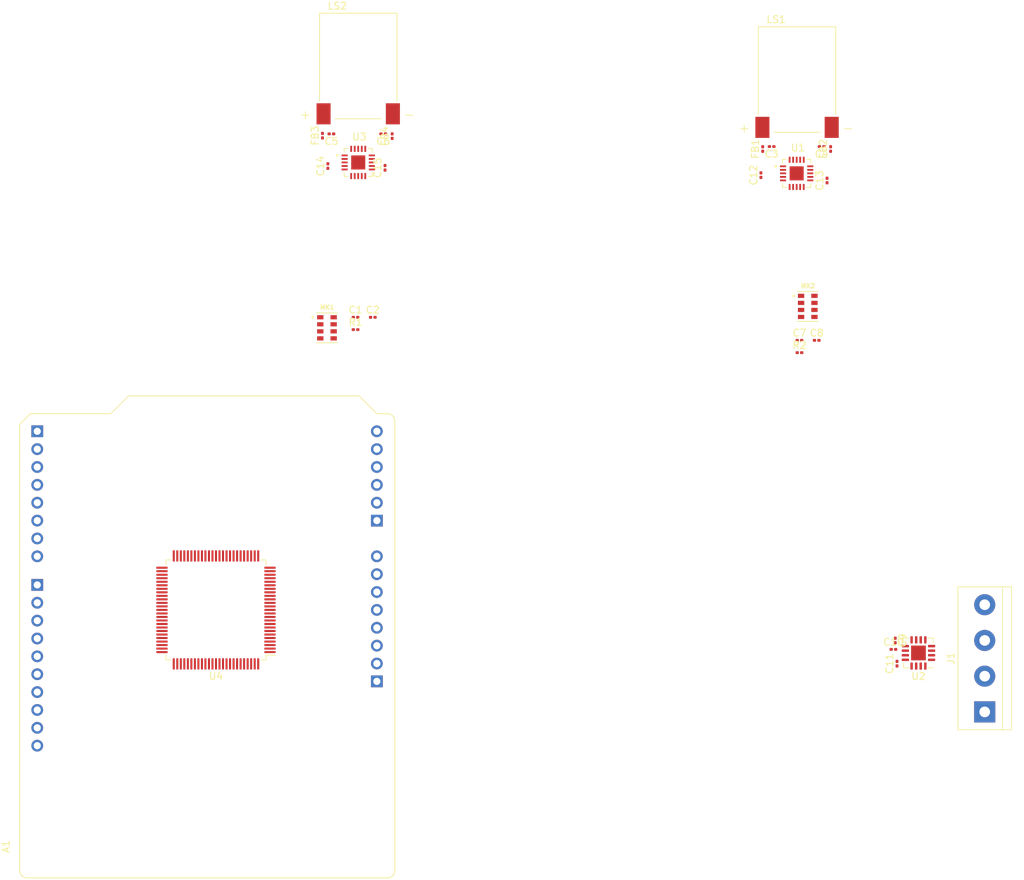
<source format=kicad_pcb>
(kicad_pcb (version 20211014) (generator pcbnew)
  (layers (0 "F.Cu" signal) (31 "B.Cu" signal) (34 "B.Paste" user) (35 "F.Paste" user) (36 "B.SilkS" user "B.Silkscreen") (37 "F.SilkS" user "F.Silkscreen") (38 "B.Mask" user) (39 "F.Mask" user) (44 "Edge.Cuts" user))
  (net 0 "")
  (net 1 "GND")
  (net 2 "Net-(A1-PadA0)")
  (net 3 "Net-(C9-Pad2)")
  (net 4 "+5V")
  (net 5 "Net-(C11-Pad2)")
  (net 6 "/Motor/AOUT2")
  (net 7 "/Motor/BOUT2")
  (net 8 "/Motor/BOUT1")
  (net 9 "/Motor/nFAULT")
  (net 10 "/Motor/BIN1")
  (net 11 "/Motor/BIN2")
  (net 12 "/Motor/AIN2")
  (net 13 "/Motor/AIN1")
  (net 14 "/Motor/nSLEEP")
  (net 15 "/Motor/AOUT1")
  (net 16 "Net-(A1-PadA1)")
  (net 17 "Net-(A1-PadA2)")
  (net 27 "Net-(FB3-Pad1)")
  (net 28 "Net-(C3-Pad2)")
  (net 29 "Net-(FB4-Pad1)")
  (net 30 "Net-(C4-Pad1)")
  (net 31 "Net-(A1-PadA3)")
  (net 32 "+3V3")
  (net 33 "Net-(A1-PadA4)")
  (net 34 "Net-(A1-PadA5)")
  (net 35 "/UART4_RX")
  (net 36 "/UART4_TX")
  (net 37 "Net-(FB1-Pad1)")
  (net 38 "Net-(FB2-Pad1)")
  (net 61 "/SPI3_SCK")
  (net 62 "/SPI3_MISO")
  (net 63 "Net-(C5-Pad2)")
  (net 87 "/SPI3_MOSI")
  (net 109 "Net-(C6-Pad1)")
  (net 110 "/SIA1_FS_B")
  (net 111 "/SIA1_SCK_B")
  (net 112 "/SIA1_SD_B")
  (net 113 "/SAI1_SCK_A")
  (net 114 "/SAI1_FS_A")
  (net 115 "/SAI1_SD_A")
  (net 116 "/Speaker Left/GAIN")
  (net 117 "/Speaker Right/GAIN")
  (net 118 "/SIA1_FS_A")
  (net 119 "/SIA1_SCK__A")
  (net 120 "/SIA1_SD_A")
  (net 121 "/SIA_SD_B")
  (net 122 "/SIA_SCK_B")
  (net 123 "Net-(A1-PadD8)")
  (net 124 "Net-(A1-PadD9)")
  (net 125 "Net-(A1-PadD10)")
  (net 126 "Net-(A1-PadD11)")
  (net 127 "Net-(A1-PadD12)")
  (net 128 "Net-(A1-PadD13)")
  (net 129 "Net-(A1-PadA5)_1")
  (net 130 "Net-(A1-PadA4)_1")
  (net 137 "Net-(A1-PadD2)")
  (net 138 "Net-(A1-PadD3)")
  (net 139 "Net-(A1-PadD4)")
  (net 140 "Net-(A1-PadD5)")
  (net 141 "Net-(U4-Pad45)")
  (net 142 "Net-(U4-Pad46)")
  (footprint "Custom:MIC_CMM-4030D-261-I2S-TR" (layer "F.Cu") (at 72.898 77.978)
    (fp_text reference "MK1" (at 0.032 -2.9064) (layer "F.SilkS") (effects (font (size 0.64 0.64))))
    (fp_text value "CMM-4030D-261-I2S-TR")
    (fp_line (start 1.5 -2.12) (end -1.5 -2.12) (layer "F.SilkS") (width 0.127))
    (fp_line (start -1.5 2.12) (end 1.5 2.12) (layer "F.SilkS") (width 0.127))
    (fp_circle (center -2 -1.5) (end -1.9 -1.5) (layer "F.SilkS") (width 0.2) (fill none))
    (pad "1" smd rect locked (at -0.95 -1.5) (size 0.9 0.6) (layers "F.Cu" "F.Paste" "F.Mask") (net 1 "GND"))
    (pad "2" smd rect locked (at -0.95 -0.5) (size 0.9 0.6) (layers "F.Cu" "F.Paste" "F.Mask"))
    (pad "3" smd rect locked (at -0.95 0.5) (size 0.9 0.6) (layers "F.Cu" "F.Paste" "F.Mask") (net 110 "/SIA1_FS_B"))
    (pad "4" smd rect locked (at -0.95 1.5) (size 0.9 0.6) (layers "F.Cu" "F.Paste" "F.Mask") (net 32 "+3V3"))
    (pad "5" smd rect locked (at 0.95 1.5 180) (size 0.9 0.6) (layers "F.Cu" "F.Paste" "F.Mask") (net 32 "+3V3"))
    (pad "6" smd rect locked (at 0.95 0.5 180) (size 0.9 0.6) (layers "F.Cu" "F.Paste" "F.Mask") (net 111 "/SIA1_SCK_B"))
    (pad "7" smd rect locked (at 0.95 -0.5 180) (size 0.9 0.6) (layers "F.Cu" "F.Paste" "F.Mask") (net 112 "/SIA1_SD_B"))
    (pad "8" smd rect locked (at 0.95 -1.5 180) (size 0.9 0.6) (layers "F.Cu" "F.Paste" "F.Mask") (net 32 "+3V3"))
  )
  (footprint "Custom:SPKR_AS01508MS-SC11-WP-R" (layer "F.Cu") (at 139.7 42.672)
    (fp_text reference "LS1" (at -2.975 -8.535) (layer "F.SilkS"))
    (fp_text value "Speaker")
    (fp_line (start -7.5 6.5) (end -7.5 7.5) (layer "F.SilkS") (width 0.127))
    (fp_line (start -8 7) (end -7 7) (layer "F.SilkS") (width 0.127))
    (fp_line (start -5.5 -7.5) (end 5.5 -7.5) (layer "F.SilkS") (width 0.127))
    (fp_line (start 5.5 -7.5) (end 5.5 4.98) (layer "F.SilkS") (width 0.127))
    (fp_line (start -3.25 7.5) (end 3.25 7.5) (layer "F.SilkS") (width 0.127))
    (fp_line (start -5.5 4.98) (end -5.5 -7.5) (layer "F.SilkS") (width 0.127))
    (fp_line (start 6.75 7) (end 7.75 7) (layer "F.SilkS") (width 0.127))
    (pad "N" smd rect locked (at 4.925 6.8) (size 2 3) (layers "F.Cu" "F.Paste" "F.Mask") (net 30 "Net-(C4-Pad1)"))
    (pad "P" smd rect locked (at -4.925 6.8) (size 2 3) (layers "F.Cu" "F.Paste" "F.Mask") (net 28 "Net-(C3-Pad2)"))
  )
  (footprint "Capacitor_SMD:C_0201_0603Metric" (layer "F.Cu") (at 73.531 50.4 180)
    (fp_text reference "C5" (at 0 -1.05) (layer "F.SilkS"))
    (fp_text value "1n")
    (pad "1" smd roundrect (at -0.32 0 180) (size 0.46 0.4) (layers "F.Cu" "F.Mask") (net 1 "GND"))
    (pad "2" smd roundrect (at 0.32 0 180) (size 0.46 0.4) (layers "F.Cu" "F.Mask") (net 63 "Net-(C5-Pad2)"))
  )
  (footprint "TerminalBlock:TerminalBlock_bornier-4_P5.08mm" (layer "F.Cu") (at 166.37 132.588 90)
    (fp_text reference "J1" (at 7.6 -4.8 90) (layer "F.SilkS"))
    (fp_text value "Screw_Terminal_01x04")
    (fp_line (start -2.54 -3.81) (end 17.78 -3.81) (layer "F.SilkS") (width 0.12))
    (fp_line (start 17.78 2.54) (end -2.54 2.54) (layer "F.SilkS") (width 0.12))
    (fp_line (start 17.78 3.81) (end 17.78 -3.81) (layer "F.SilkS") (width 0.12))
    (fp_line (start -2.54 3.81) (end 17.78 3.81) (layer "F.SilkS") (width 0.12))
    (fp_line (start -2.54 -3.81) (end -2.54 3.81) (layer "F.SilkS") (width 0.12))
    (pad "1" thru_hole rect (at 0 0 90) (size 3 3) (drill 1.52) (layers *.Cu *.Mask) (net 15 "/Motor/AOUT1"))
    (pad "2" thru_hole circle (at 5.08 0 90) (size 3 3) (drill 1.52) (layers *.Cu *.Mask) (net 6 "/Motor/AOUT2"))
    (pad "3" thru_hole circle (at 10.16 0 90) (size 3 3) (drill 1.52) (layers *.Cu *.Mask) (net 7 "/Motor/BOUT2"))
    (pad "4" thru_hole circle (at 15.24 0 90) (size 3 3) (drill 1.52) (layers *.Cu *.Mask) (net 8 "/Motor/BOUT1"))
  )
  (footprint "Custom:ARDUINO_A000066" (layer "F.Cu") (at 82.52861 156.185968 90)
    (fp_text reference "A1" (at 4.445 -55.245 90) (layer "F.SilkS"))
    (fp_text value "A000066")
    (fp_line (start 0.994481 -53.2986) (end 64.472 -53.2986) (layer "F.SilkS") (width 0.127))
    (fp_line (start 68.5346 -37.8101) (end 68.5346 -5.07682) (layer "F.SilkS") (width 0.127))
    (fp_line (start 0 -52.283) (end 0.042319 -52.558) (layer "F.SilkS") (width 0.127))
    (fp_line (start 65.6993 -0.294841) (end 65.4877 -0.125569) (layer "F.SilkS") (width 0.127))
    (fp_line (start 0.296231 -53.0024) (end 0.507819 -53.1505) (layer "F.SilkS") (width 0.127))
    (fp_line (start 0.126959 -52.7908) (end 0.296231 -53.0024) (layer "F.SilkS") (width 0.127))
    (fp_line (start 65.9955 -51.7751) (end 65.9955 -40.3492) (layer "F.SilkS") (width 0.127))
    (fp_line (start 0.740569 -53.2563) (end 0.994481 -53.2986) (layer "F.SilkS") (width 0.127))
    (fp_line (start 64.472 -53.2986) (end 65.9955 -51.7751) (layer "F.SilkS") (width 0.127))
    (fp_line (start 68.5346 -5.07682) (end 65.9955 -2.53772) (layer "F.SilkS") (width 0.127))
    (fp_line (start 65.9955 -2.53772) (end 65.9955 -0.9931) (layer "F.SilkS") (width 0.127))
    (fp_line (start 0.042319 -0.739191) (end 0 -0.9931) (layer "F.SilkS") (width 0.127))
    (fp_line (start 0.740569 -0.040931) (end 0.507819 -0.125569) (layer "F.SilkS") (width 0.127))
    (fp_line (start 0.507819 -53.1505) (end 0.740569 -53.2563) (layer "F.SilkS") (width 0.127))
    (fp_line (start 0.126959 -0.506441) (end 0.042319 -0.739191) (layer "F.SilkS") (width 0.127))
    (fp_line (start 0 -0.9931) (end 0 -52.283) (layer "F.SilkS") (width 0.127))
    (fp_line (start 65.9955 -0.9931) (end 65.9532 -0.739191) (layer "F.SilkS") (width 0.127))
    (fp_line (start 0.042319 -52.558) (end 0.126959 -52.7908) (layer "F.SilkS") (width 0.127))
    (fp_line (start 0.507819 -0.125569) (end 0.296231 -0.294841) (layer "F.SilkS") (width 0.127))
    (fp_line (start 65.4877 -0.125569) (end 65.2549 -0.040931) (layer "F.SilkS") (width 0.127))
    (fp_line (start 65.2549 -0.040931) (end 65.001 0.001381) (layer "F.SilkS") (width 0.127))
    (fp_line (start 65.9955 -40.3492) (end 68.5346 -37.8101) (layer "F.SilkS") (width 0.127))
    (fp_line (start 65.9532 -0.739191) (end 65.8686 -0.506441) (layer "F.SilkS") (width 0.127))
    (fp_line (start 65.001 0.001381) (end 0.994481 0.001381) (layer "F.SilkS") (width 0.127))
    (fp_line (start 65.8686 -0.506441) (end 65.6993 -0.294841) (layer "F.SilkS") (width 0.127))
    (fp_line (start 0.994481 0.001381) (end 0.740569 -0.040931) (layer "F.SilkS") (width 0.127))
    (fp_line (start 0.296231 -0.294841) (end 0.126959 -0.506441) (layer "F.SilkS") (width 0.127))
    (pad "" np_thru_hole circle locked (at 66.04 -7.62 90) (size 3.3 3.3) (drill 3.3) (layers *.Cu *.Mask))
    (pad "" np_thru_hole circle locked (at 15.24 -50.8 90) (size 3.3 3.3) (drill 3.3) (layers *.Cu *.Mask))
    (pad "" np_thru_hole circle locked (at 13.97 -2.54 90) (size 3.3 3.3) (drill 3.3) (layers *.Cu *.Mask))
    (pad "" np_thru_hole circle locked (at 66.04 -35.56 90) (size 3.3 3.3) (drill 3.3) (layers *.Cu *.Mask))
    (pad "3V3" thru_hole circle locked (at 35.56 -2.54 90) (size 1.6764 1.6764) (drill 1.016) (layers *.Cu *.Mask))
    (pad "5V" thru_hole circle locked (at 38.1 -2.54 90) (size 1.6764 1.6764) (drill 1.016) (layers *.Cu *.Mask))
    (pad "A0" thru_hole rect locked (at 50.8 -2.54 90) (size 1.6764 1.6764) (drill 1.016) (layers *.Cu *.Mask) (net 2 "Net-(A1-PadA0)"))
    (pad "A1" thru_hole circle locked (at 53.34 -2.54 90) (size 1.6764 1.6764) (drill 1.016) (layers *.Cu *.Mask) (net 16 "Net-(A1-PadA1)"))
    (pad "A2" thru_hole circle locked (at 55.88 -2.54 90) (size 1.6764 1.6764) (drill 1.016) (layers *.Cu *.Mask) (net 17 "Net-(A1-PadA2)"))
    (pad "A3" thru_hole circle locked (at 58.42 -2.54 90) (size 1.6764 1.6764) (drill 1.016) (layers *.Cu *.Mask) (net 31 "Net-(A1-PadA3)"))
    (pad "A4" thru_hole circle locked (at 21.336 -50.8 90) (size 1.6764 1.6764) (drill 1.016) (layers *.Cu *.Mask) (net 33 "Net-(A1-PadA4)"))
    (pad "A4" thru_hole circle locked (at 60.96 -2.54 90) (size 1.6764 1.6764) (drill 1.016) (layers *.Cu *.Mask) (net 33 "Net-(A1-PadA4)"))
    (pad "A5" thru_hole circle locked (at 18.796 -50.8 90) (size 1.6764 1.6764) (drill 1.016) (layers *.Cu *.Mask) (net 34 "Net-(A1-PadA5)"))
    (pad "A5" thru_hole circle locked (at 63.5 -2.54 90) (size 1.6764 1.6764) (drill 1.016) (layers *.Cu *.Mask) (net 34 "Net-(A1-PadA5)"))
    (pad "AREF" thru_hole circle locked (at 23.876 -50.8 90) (size 1.6764 1.6764) (drill 1.016) (layers *.Cu *.Mask))
    (pad "D0" thru_hole rect locked (at 63.5 -50.8 90) (size 1.6764 1.6764) (drill 1.016) (layers *.Cu *.Mask) (net 35 "/UART4_RX"))
    (pad "D1" thru_hole circle locked (at 60.96 -50.8 90) (size 1.6764 1.6764) (drill 1.016) (layers *.Cu *.Mask) (net 36 "/UART4_TX"))
    (pad "D2" thru_hole circle locked (at 58.42 -50.8 90) (size 1.6764 1.6764) (drill 1.016) (layers *.Cu *.Mask) (net 137 "Net-(A1-PadD2)"))
    (pad "D3" thru_hole circle locked (at 55.88 -50.8 90) (size 1.6764 1.6764) (drill 1.016) (layers *.Cu *.Mask) (net 138 "Net-(A1-PadD3)"))
    (pad "D4" thru_hole circle locked (at 53.34 -50.8 90) (size 1.6764 1.6764) (drill 1.016) (layers *.Cu *.Mask) (net 139 "Net-(A1-PadD4)"))
    (pad "D5" thru_hole circle locked (at 50.8 -50.8 90) (size 1.6764 1.6764) (drill 1.016) (layers *.Cu *.Mask) (net 140 "Net-(A1-PadD5)"))
    (pad "D6" thru_hole circle locked (at 48.26 -50.8 90) (size 1.6764 1.6764) (drill 1.016) (layers *.Cu *.Mask) (net 141 "Net-(U4-Pad45)"))
    (pad "D7" thru_hole circle locked (at 45.72 -50.8 90) (size 1.6764 1.6764) (drill 1.016) (layers *.Cu *.Mask) (net 142 "Net-(U4-Pad46)"))
    (pad "D8" thru_hole rect locked (at 41.656 -50.8 90) (size 1.6764 1.6764) (drill 1.016) (layers *.Cu *.Mask) (net 123 "Net-(A1-PadD8)"))
    (pad "D9" thru_hole circle locked (at 39.116 -50.8 90) (size 1.6764 1.6764) (drill 1.016) (layers *.Cu *.Mask) (net 124 "Net-(A1-PadD9)"))
    (pad "D10" thru_hole circle locked (at 36.576 -50.8 90) (size 1.6764 1.6764) (drill 1.016) (layers *.Cu *.Mask) (net 125 "Net-(A1-PadD10)"))
    (pad "D11" thru_hole circle locked (at 34.036 -50.8 90) (size 1.6764 1.6764) (drill 1.016) (layers *.Cu *.Mask) (net 126 "Net-(A1-PadD11)"))
    (pad "D12" thru_hole circle locked (at 31.496 -50.8 90) (size 1.6764 1.6764) (drill 1.016) (layers *.Cu *.Mask) (net 127 "Net-(A1-PadD12)"))
    (pad "D13" thru_hole circle locked (at 28.956 -50.8 90) (size 1.6764 1.6764) (drill 1.016) (layers *.Cu *.Mask) (net 128 "Net-(A1-PadD13)"))
    (pad "GND_1" thru_hole circle locked (at 43.18 -2.54 90) (size 1.6764 1.6764) (drill 1.016) (layers *.Cu *.Mask))
    (pad "GND_2" thru_hole circle locked (at 40.64 -2.54 90) (size 1.6764 1.6764) (drill 1.016) (layers *.Cu *.Mask))
    (pad "GND_3" thru_hole circle locked (at 26.416 -50.8 90) (size 1.6764 1.6764) (drill 1.016) (layers *.Cu *.Mask) (net 1 "GND"))
    (pad "IOREF" thru_hole circle locked (at 30.48 -2.54 90) (size 1.6764 1.6764) (drill 1.016) (layers *.Cu *.Mask))
    (pad "P1" thru_hole rect locked (at 27.94 -2.54 90) (size 1.6764 1.6764) (drill 1.016) (layers *.Cu *.Mask))
    (pad "RST" thru_hole circle locked (at 33.02 -2.54 90) (size 1.6764 1.6764) (drill 1.016) (layers *.Cu *.Mask))
    (pad "VIN" thru_hole circle locked (at 45.72 -2.54 90) (size 1.6764 1.6764) (drill 1.016) (layers *.Cu *.Mask))
  )
  (footprint "Resistor_SMD:R_0201_0603Metric" (layer "F.Cu") (at 76.962 78.232)
    (fp_text reference "R1" (at 0 -1.05) (layer "F.SilkS"))
    (fp_text value "100")
    (pad "1" smd roundrect (at -0.32 0) (size 0.46 0.4) (layers "F.Cu" "F.Mask") (net 1 "GND"))
    (pad "2" smd roundrect (at 0.32 0) (size 0.46 0.4) (layers "F.Cu" "F.Mask") (net 112 "/SIA1_SD_B"))
  )
  (footprint "Capacitor_SMD:C_0201_0603Metric" (layer "F.Cu") (at 80.897 50.4 180)
    (fp_text reference "C6" (at 0 -1.05) (layer "F.SilkS"))
    (fp_text value "1n")
    (pad "1" smd roundrect (at -0.32 0 180) (size 0.46 0.4) (layers "F.Cu" "F.Mask") (net 109 "Net-(C6-Pad1)"))
    (pad "2" smd roundrect (at 0.32 0 180) (size 0.46 0.4) (layers "F.Cu" "F.Mask") (net 1 "GND"))
  )
  (footprint "Capacitor_SMD:C_0201_0603Metric" (layer "F.Cu") (at 79.412 76.482)
    (fp_text reference "C2" (at 0 -1.05) (layer "F.SilkS"))
    (fp_text value "10n")
    (pad "1" smd roundrect (at -0.32 0) (size 0.46 0.4) (layers "F.Cu" "F.Mask") (net 1 "GND"))
    (pad "2" smd roundrect (at 0.32 0) (size 0.46 0.4) (layers "F.Cu" "F.Mask") (net 32 "+3V3"))
  )
  (footprint "Capacitor_SMD:C_0201_0603Metric" (layer "F.Cu") (at 134.56616 56.2686 90)
    (fp_text reference "C12" (at 0 -1.05 90) (layer "F.SilkS"))
    (fp_text value "4u7")
    (pad "1" smd roundrect (at -0.32 0 90) (size 0.46 0.4) (layers "F.Cu" "F.Mask") (net 1 "GND"))
    (pad "2" smd roundrect (at 0.32 0 90) (size 0.46 0.4) (layers "F.Cu" "F.Mask") (net 32 "+3V3"))
  )
  (footprint "Inductor_SMD:L_0201_0603Metric" (layer "F.Cu") (at 134.82016 52.5496 90)
    (fp_text reference "FB1" (at 0 -1.05 90) (layer "F.SilkS"))
    (fp_text value "FerriteBead")
    (pad "1" smd roundrect (at -0.32 0 90) (size 0.46 0.4) (layers "F.Cu" "F.Mask") (net 37 "Net-(FB1-Pad1)"))
    (pad "2" smd roundrect (at 0.32 0 90) (size 0.46 0.4) (layers "F.Cu" "F.Mask") (net 28 "Net-(C3-Pad2)"))
  )
  (footprint "Inductor_SMD:L_0201_0603Metric" (layer "F.Cu") (at 144.47216 52.5496 90)
    (fp_text reference "FB2" (at 0 -1.05 90) (layer "F.SilkS"))
    (fp_text value "FerriteBead")
    (pad "1" smd roundrect (at -0.32 0 90) (size 0.46 0.4) (layers "F.Cu" "F.Mask") (net 38 "Net-(FB2-Pad1)"))
    (pad "2" smd roundrect (at 0.32 0 90) (size 0.46 0.4) (layers "F.Cu" "F.Mask") (net 30 "Net-(C4-Pad1)"))
  )
  (footprint "Capacitor_SMD:C_0201_0603Metric" (layer "F.Cu") (at 153.653 122.428 -90)
    (fp_text reference "C9" (at 0 -1.05 90) (layer "F.SilkS"))
    (fp_text value "10n")
    (pad "1" smd roundrect (at -0.32 0 270) (size 0.46 0.4) (layers "F.Cu" "F.Mask") (net 1 "GND"))
    (pad "2" smd roundrect (at 0.32 0 270) (size 0.46 0.4) (layers "F.Cu" "F.Mask") (net 3 "Net-(C9-Pad2)"))
  )
  (footprint "Capacitor_SMD:C_0201_0603Metric" (layer "F.Cu") (at 142.494 79.756)
    (fp_text reference "C8" (at 0 -1.05) (layer "F.SilkS"))
    (fp_text value "10n")
    (pad "1" smd roundrect (at -0.32 0) (size 0.46 0.4) (layers "F.Cu" "F.Mask") (net 1 "GND"))
    (pad "2" smd roundrect (at 0.32 0) (size 0.46 0.4) (layers "F.Cu" "F.Mask") (net 32 "+3V3"))
  )
  (footprint "Capacitor_SMD:C_0201_0603Metric" (layer "F.Cu") (at 136.09016 52.2046 180)
    (fp_text reference "C3" (at 0 -1.05) (layer "F.SilkS"))
    (fp_text value "1n")
    (pad "1" smd roundrect (at -0.32 0 180) (size 0.46 0.4) (layers "F.Cu" "F.Mask") (net 1 "GND"))
    (pad "2" smd roundrect (at 0.32 0 180) (size 0.46 0.4) (layers "F.Cu" "F.Mask") (net 28 "Net-(C3-Pad2)"))
  )
  (footprint "Package_DFN_QFN:Texas_S-PWQFN-N16_EP2.1x2.1mm" (layer "F.Cu") (at 156.955 124.206 180)
    (fp_text reference "U2" (at 0 -3.32) (layer "F.SilkS"))
    (fp_text value "DRV8833RTY")
    (fp_line (start 2.11 -2.11) (end 2.11 -1.41) (layer "F.SilkS") (width 0.12))
    (fp_line (start 1.41 -2.11) (end 2.11 -2.11) (layer "F.SilkS") (width 0.12))
    (fp_line (start -1.41 -2.11) (end -2.11 -2.11) (layer "F.SilkS") (width 0.12))
    (fp_line (start 1.41 2.11) (end 2.11 2.11) (layer "F.SilkS") (width 0.12))
    (fp_line (start -2.11 2.11) (end -2.11 1.41) (layer "F.SilkS") (width 0.12))
    (fp_line (start -1.41 2.11) (end -2.11 2.11) (layer "F.SilkS") (width 0.12))
    (fp_line (start 2.11 2.11) (end 2.11 1.41) (layer "F.SilkS") (width 0.12))
    (pad "1" smd roundrect (at -1.8625 -0.975 180) (size 1.025 0.35) (layers "F.Cu" "F.Paste" "F.Mask") (net 1 "GND"))
    (pad "2" smd roundrect (at -1.8625 -0.325 180) (size 1.025 0.35) (layers "F.Cu" "F.Paste" "F.Mask") (net 6 "/Motor/AOUT2"))
    (pad "3" smd roundrect (at -1.8625 0.325 180) (size 1.025 0.35) (layers "F.Cu" "F.Paste" "F.Mask") (net 7 "/Motor/BOUT2"))
    (pad "4" smd roundrect (at -1.8625 0.975 180) (size 1.025 0.35) (layers "F.Cu" "F.Paste" "F.Mask") (net 1 "GND"))
    (pad "5" smd roundrect (at -0.975 1.8625 180) (size 0.35 1.025) (layers "F.Cu" "F.Paste" "F.Mask") (net 8 "/Motor/BOUT1"))
    (pad "6" smd roundrect (at -0.325 1.8625 180) (size 0.35 1.025) (layers "F.Cu" "F.Paste" "F.Mask") (net 9 "/Motor/nFAULT"))
    (pad "7" smd roundrect (at 0.325 1.8625 180) (size 0.35 1.025) (layers "F.Cu" "F.Paste" "F.Mask") (net 10 "/Motor/BIN1"))
    (pad "8" smd roundrect (at 0.975 1.8625 180) (size 0.35 1.025) (layers "F.Cu" "F.Paste" "F.Mask") (net 11 "/Motor/BIN2"))
    (pad "9" smd roundrect (at 1.8625 0.975 180) (size 1.025 0.35) (layers "F.Cu" "F.Paste" "F.Mask") (net 3 "Net-(C9-Pad2)"))
    (pad "10" smd roundrect (at 1.8625 0.325 180) (size 1.025 0.35) (layers "F.Cu" "F.Paste" "F.Mask") (net 4 "+5V"))
    (pad "11" smd roundrect (at 1.8625 -0.325 180) (size 1.025 0.35) (layers "F.Cu" "F.Paste" "F.Mask") (net 1 "GND"))
    (pad "12" smd roundrect (at 1.8625 -0.975 180) (size 1.025 0.35) (layers "F.Cu" "F.Paste" "F.Mask") (net 5 "Net-(C11-Pad2)"))
    (pad "13" smd roundrect (at 0.975 -1.8625 180) (size 0.35 1.025) (layers "F.Cu" "F.Paste" "F.Mask") (net 12 "/Motor/AIN2"))
    (pad "14" smd roundrect (at 0.325 -1.8625 180) (size 0.35 1.025) (layers "F.Cu" "F.Paste" "F.Mask") (net 13 "/Motor/AIN1"))
    (pad "15" smd roundrect (at -0.325 -1.8625 180) (size 0.35 1.025) (layers "F.Cu" "F.Paste" "F.Mask") (net 14 "/Motor/nSLEEP"))
    (pad "16" smd roundrect (at -0.975 -1.8625 180) (size 0.35 1.025) (layers "F.Cu" "F.Paste" "F.Mask") (net 15 "/Motor/AOUT1"))
    (pad "17" smd rect (at 0 0 180) (size 2.1 2.1) (layers "F.Cu" "F.Mask") (net 1 "GND"))
  )
  (footprint "Capacitor_SMD:C_0201_0603Metric" (layer "F.Cu") (at 153.399 123.698)
    (fp_text reference "C10" (at 0 -1.05) (layer "F.SilkS"))
    (fp_text value "10u")
    (pad "1" smd roundrect (at -0.32 0) (size 0.46 0.4) (layers "F.Cu" "F.Mask") (net 1 "GND"))
    (pad "2" smd roundrect (at 0.32 0) (size 0.46 0.4) (layers "F.Cu" "F.Mask") (net 4 "+5V"))
  )
  (footprint "Custom:QFN50P400X400X80-21N" (layer "F.Cu") (at 77.341 54.464)
    (fp_text reference "U3" (at 0.175 -3.635) (layer "F.SilkS"))
    (fp_text value "NAU8315YG")
    (fp_line (start -2 2) (end -2 1.45) (layer "F.SilkS") (width 0.127))
    (fp_line (start -2 -2) (end -2 -1.45) (layer "F.SilkS") (width 0.127))
    (fp_line (start 2 2) (end 1.45 2) (layer "F.SilkS") (width 0.127))
    (fp_line (start 2 -2) (end 2 -1.45) (layer "F.SilkS") (width 0.127))
    (fp_line (start -2 2) (end -1.45 2) (layer "F.SilkS") (width 0.127))
    (fp_line (start -2 -2) (end -1.45 -2) (layer "F.SilkS") (width 0.127))
    (fp_line (start 2 -2) (end 1.45 -2) (layer "F.SilkS") (width 0.127))
    (fp_line (start 2 2) (end 2 1.45) (layer "F.SilkS") (width 0.127))
    (fp_circle (center -2.995 -1) (end -2.895 -1) (layer "F.SilkS") (width 0.2) (fill none))
    (pad "1" smd roundrect locked (at -1.935 -1) (size 0.86 0.26) (layers "F.Cu" "F.Paste" "F.Mask") (roundrect_rratio 0.03))
    (pad "2" smd roundrect locked (at -1.935 -0.5) (size 0.86 0.26) (layers "F.Cu" "F.Paste" "F.Mask") (roundrect_rratio 0.03) (net 32 "+3V3"))
    (pad "3" smd roundrect locked (at -1.935 0) (size 0.86 0.26) (layers "F.Cu" "F.Paste" "F.Mask") (roundrect_rratio 0.03) (net 32 "+3V3"))
    (pad "4" smd roundrect locked (at -1.935 0.5) (size 0.86 0.26) (layers "F.Cu" "F.Paste" "F.Mask") (roundrect_rratio 0.03) (net 1 "GND"))
    (pad "5" smd roundrect locked (at -1.935 1) (size 0.86 0.26) (layers "F.Cu" "F.Paste" "F.Mask") (roundrect_rratio 0.03))
    (pad "6" smd roundrect locked (at -1 1.935 90) (size 0.86 0.26) (layers "F.Cu" "F.Paste" "F.Mask") (roundrect_rratio 0.03) (net 113 "/SAI1_SCK_A"))
    (pad "7" smd roundrect locked (at -0.5 1.935 90) (size 0.86 0.26) (layers "F.Cu" "F.Paste" "F.Mask") (roundrect_rratio 0.03) (net 114 "/SAI1_FS_A"))
    (pad "8" smd roundrect locked (at 0 1.935 90) (size 0.86 0.26) (layers "F.Cu" "F.Paste" "F.Mask") (roundrect_rratio 0.03) (net 1 "GND"))
    (pad "9" smd roundrect locked (at 0.5 1.935 90) (size 0.86 0.26) (layers "F.Cu" "F.Paste" "F.Mask") (roundrect_rratio 0.03) (net 115 "/SAI1_SD_A"))
    (pad "10" smd roundrect locked (at 1 1.935 90) (size 0.86 0.26) (layers "F.Cu" "F.Paste" "F.Mask") (roundrect_rratio 0.03))
    (pad "11" smd roundrect locked (at 1.935 1) (size 0.86 0.26) (layers "F.Cu" "F.Paste" "F.Mask") (roundrect_rratio 0.03) (net 32 "+3V3"))
    (pad "12" smd roundrect locked (at 1.935 0.5) (size 0.86 0.26) (layers "F.Cu" "F.Paste" "F.Mask") (roundrect_rratio 0.03) (net 1 "GND"))
    (pad "13" smd roundrect locked (at 1.935 0) (size 0.86 0.26) (layers "F.Cu" "F.Paste" "F.Mask") (roundrect_rratio 0.03) (net 117 "/Speaker Right/GAIN"))
    (pad "14" smd roundrect locked (at 1.935 -0.5) (size 0.86 0.26) (layers "F.Cu" "F.Paste" "F.Mask") (roundrect_rratio 0.03) (net 32 "+3V3"))
    (pad "15" smd roundrect locked (at 1.935 -1) (size 0.86 0.26) (layers "F.Cu" "F.Paste" "F.Mask") (roundrect_rratio 0.03))
    (pad "16" smd roundrect locked (at 1 -1.935 90) (size 0.86 0.26) (layers "F.Cu" "F.Paste" "F.Mask") (roundrect_rratio 0.03) (net 29 "Net-(FB4-Pad1)"))
    (pad "17" smd roundrect locked (at 0.5 -1.935 90) (size 0.86 0.26) (layers "F.Cu" "F.Paste" "F.Mask") (roundrect_rratio 0.03) (net 1 "GND"))
    (pad "18" smd roundrect locked (at 0 -1.935 90) (size 0.86 0.26) (layers "F.Cu" "F.Paste" "F.Mask") (roundrect_rratio 0.03) (net 1 "GND"))
    (pad "19" smd roundrect locked (at -0.5 -1.935 90) (size 0.86 0.26) (layers "F.Cu" "F.Paste" "F.Mask") (roundrect_rratio 0.03) (net 1 "GND"))
    (pad "20" smd roundrect locked (at -1 -1.935 90) (size 0.86 0.26) (layers "F.Cu" "F.Paste" "F.Mask") (roundrect_rratio 0.03) (net 27 "Net-(FB3-Pad1)"))
    (pad "21" smd rect locked (at 0 0) (size 2 2) (layers "F.Cu" "F.Mask"))
  )
  (footprint "Custom:QFN50P400X400X80-21N" (layer "F.Cu") (at 139.64616 56.0146)
    (fp_text reference "U1" (at 0.175 -3.635) (layer "F.SilkS"))
    (fp_text value "NAU8315YG")
    (fp_line (start -2 -2) (end -1.45 -2) (layer "F.SilkS") (width 0.127))
    (fp_line (start -2 2) (end -1.45 2) (layer "F.SilkS") (width 0.127))
    (fp_line (start -2 -2) (end -2 -1.45) (layer "F.SilkS") (width 0.127))
    (fp_line (start 2 2) (end 1.45 2) (layer "F.SilkS") (width 0.127))
    (fp_line (start -2 2) (end -2 1.45) (layer "F.SilkS") (width 0.127))
    (fp_line (start 2 2) (end 2 1.45) (layer "F.SilkS") (width 0.127))
    (fp_line (start 2 -2) (end 1.45 -2) (layer "F.SilkS") (width 0.127))
    (fp_line (start 2 -2) (end 2 -1.45) (layer "F.SilkS") (width 0.127))
    (fp_circle (center -2.995 -1) (end -2.895 -1) (layer "F.SilkS") (width 0.2) (fill none))
    (pad "1" smd roundrect locked (at -1.935 -1) (size 0.86 0.26) (layers "F.Cu" "F.Paste" "F.Mask") (roundrect_rratio 0.03))
    (pad "2" smd roundrect locked (at -1.935 -0.5) (size 0.86 0.26) (layers "F.Cu" "F.Paste" "F.Mask") (roundrect_rratio 0.03) (net 32 "+3V3"))
    (pad "3" smd roundrect locked (at -1.935 0) (size 0.86 0.26) (layers "F.Cu" "F.Paste" "F.Mask") (roundrect_rratio 0.03) (net 32 "+3V3"))
    (pad "4" smd roundrect locked (at -1.935 0.5) (size 0.86 0.26) (layers "F.Cu" "F.Paste" "F.Mask") (roundrect_rratio 0.03) (net 1 "GND"))
    (pad "5" smd roundrect locked (at -1.935 1) (size 0.86 0.26) (layers "F.Cu" "F.Paste" "F.Mask") (roundrect_rratio 0.03))
    (pad "6" smd roundrect locked (at -1 1.935 90) (size 0.86 0.26) (layers "F.Cu" "F.Paste" "F.Mask") (roundrect_rratio 0.03) (net 113 "/SAI1_SCK_A"))
    (pad "7" smd roundrect locked (at -0.5 1.935 90) (size 0.86 0.26) (layers "F.Cu" "F.Paste" "F.Mask") (roundrect_rratio 0.03) (net 1 "GND"))
    (pad "8" smd roundrect locked (at 0 1.935 90) (size 0.86 0.26) (layers "F.Cu" "F.Paste" "F.Mask") (roundrect_rratio 0.03) (net 114 "/SAI1_FS_A"))
    (pad "9" smd roundrect locked (at 0.5 1.935 90) (size 0.86 0.26) (layers "F.Cu" "F.Paste" "F.Mask") (roundrect_rratio 0.03) (net 115 "/SAI1_SD_A"))
    (pad "10" smd roundrect locked (at 1 1.935 90) (size 0.86 0.26) (layers "F.Cu" "F.Paste" "F.Mask") (roundrect_rratio 0.03))
    (pad "11" smd roundrect locked (at 1.935 1) (size 0.86 0.26) (layers "F.Cu" "F.Paste" "F.Mask") (roundrect_rratio 0.03) (net 32 "+3V3"))
    (pad "12" smd roundrect locked (at 1.935 0.5) (size 0.86 0.26) (layers "F.Cu" "F.Paste" "F.Mask") (roundrect_rratio 0.03) (net 1 "GND"))
    (pad "13" smd roundrect locked (at 1.935 0) (size 0.86 0.26) (layers "F.Cu" "F.Paste" "F.Mask") (roundrect_rratio 0.03) (net 116 "/Speaker Left/GAIN"))
    (pad "14" smd roundrect locked (at 1.935 -0.5) (size 0.86 0.26) (layers "F.Cu" "F.Paste" "F.Mask") (roundrect_rratio 0.03) (net 32 "+3V3"))
    (pad "15" smd roundrect locked (at 1.935 -1) (size 0.86 0.26) (layers "F.Cu" "F.Paste" "F.Mask") (roundrect_rratio 0.03))
    (pad "16" smd roundrect locked (at 1 -1.935 90) (size 0.86 0.26) (layers "F.Cu" "F.Paste" "F.Mask") (roundrect_rratio 0.03) (net 38 "Net-(FB2-Pad1)"))
    (pad "17" smd roundrect locked (at 0.5 -1.935 90) (size 0.86 0.26) (layers "F.Cu" "F.Paste" "F.Mask") (roundrect_rratio 0.03) (net 1 "GND"))
    (pad "18" smd roundrect locked (at 0 -1.935 90) (size 0.86 0.26) (layers "F.Cu" "F.Paste" "F.Mask") (roundrect_rratio 0.03) (net 1 "GND"))
    (pad "19" smd roundrect locked (at -0.5 -1.935 90) (size 0.86 0.26) (layers "F.Cu" "F.Paste" "F.Mask") (roundrect_rratio 0.03) (net 1 "GND"))
    (pad "20" smd roundrect locked (at -1 -1.935 90) (size 0.86 0.26) (layers "F.Cu" "F.Paste" "F.Mask") (roundrect_rratio 0.03) (net 37 "Net-(FB1-Pad1)"))
    (pad "21" smd rect locked (at 0 0) (size 2 2) (layers "F.Cu" "F.Mask"))
  )
  (footprint "Inductor_SMD:L_0201_0603Metric" (layer "F.Cu") (at 72.261 50.654 90)
    (fp_text reference "FB3" (at 0 -1.05 90) (layer "F.SilkS"))
    (fp_text value "FerriteBead")
    (pad "1" smd roundrect (at -0.32 0 90) (size 0.46 0.4) (layers "F.Cu" "F.Mask") (net 27 "Net-(FB3-Pad1)"))
    (pad "2" smd roundrect (at 0.32 0 90) (size 0.46 0.4) (layers "F.Cu" "F.Mask") (net 63 "Net-(C5-Pad2)"))
  )
  (footprint "Capacitor_SMD:C_0201_0603Metric" (layer "F.Cu") (at 140.044 79.756)
    (fp_text reference "C7" (at 0 -1.05) (layer "F.SilkS"))
    (fp_text value "10u")
    (pad "1" smd roundrect (at -0.32 0) (size 0.46 0.4) (layers "F.Cu" "F.Mask") (net 32 "+3V3"))
    (pad "2" smd roundrect (at 0.32 0) (size 0.46 0.4) (layers "F.Cu" "F.Mask") (net 1 "GND"))
  )
  (footprint "Custom:MIC_CMM-4030D-261-I2S-TR" (layer "F.Cu") (at 141.224 74.93)
    (fp_text reference "MK2" (at 0.032 -2.9064) (layer "F.SilkS") (effects (font (size 0.64 0.64))))
    (fp_text value "CMM-4030D-261-I2S-TR")
    (fp_line (start 1.5 -2.12) (end -1.5 -2.12) (layer "F.SilkS") (width 0.127))
    (fp_line (start -1.5 2.12) (end 1.5 2.12) (layer "F.SilkS") (width 0.127))
    (fp_circle (center -2 -1.5) (end -1.9 -1.5) (layer "F.SilkS") (width 0.2) (fill none))
    (pad "1" smd rect locked (at -0.95 -1.5) (size 0.9 0.6) (layers "F.Cu" "F.Paste" "F.Mask") (net 1 "GND"))
    (pad "2" smd rect locked (at -0.95 -0.5) (size 0.9 0.6) (layers "F.Cu" "F.Paste" "F.Mask"))
    (pad "3" smd rect locked (at -0.95 0.5) (size 0.9 0.6) (layers "F.Cu" "F.Paste" "F.Mask") (net 110 "/SIA1_FS_B"))
    (pad "4" smd rect locked (at -0.95 1.5) (size 0.9 0.6) (layers "F.Cu" "F.Paste" "F.Mask") (net 32 "+3V3"))
    (pad "5" smd rect locked (at 0.95 1.5 180) (size 0.9 0.6) (layers "F.Cu" "F.Paste" "F.Mask") (net 1 "GND"))
    (pad "6" smd rect locked (at 0.95 0.5 180) (size 0.9 0.6) (layers "F.Cu" "F.Paste" "F.Mask") (net 111 "/SIA1_SCK_B"))
    (pad "7" smd rect locked (at 0.95 -0.5 180) (size 0.9 0.6) (layers "F.Cu" "F.Paste" "F.Mask") (net 112 "/SIA1_SD_B"))
    (pad "8" smd rect locked (at 0.95 -1.5 180) (size 0.9 0.6) (layers "F.Cu" "F.Paste" "F.Mask") (net 32 "+3V3"))
  )
  (footprint "Resistor_SMD:R_0201_0603Metric" (layer "F.Cu") (at 140.044 81.506)
    (fp_text reference "R2" (at 0 -1.05) (layer "F.SilkS"))
    (fp_text value "100")
    (pad "1" smd roundrect (at -0.32 0) (size 0.46 0.4) (layers "F.Cu" "F.Mask") (net 1 "GND"))
    (pad "2" smd roundrect (at 0.32 0) (size 0.46 0.4) (layers "F.Cu" "F.Mask") (net 112 "/SIA1_SD_B"))
  )
  (footprint "Inductor_SMD:L_0201_0603Metric" (layer "F.Cu") (at 82.167 50.72 90)
    (fp_text reference "FB4" (at 0 -1.05 90) (layer "F.SilkS"))
    (fp_text value "FerriteBead")
    (pad "1" smd roundrect (at -0.32 0 90) (size 0.46 0.4) (layers "F.Cu" "F.Mask") (net 29 "Net-(FB4-Pad1)"))
    (pad "2" smd roundrect (at 0.32 0 90) (size 0.46 0.4) (layers "F.Cu" "F.Mask") (net 109 "Net-(C6-Pad1)"))
  )
  (footprint "Capacitor_SMD:C_0201_0603Metric" (layer "F.Cu") (at 143.96416 57.0306 90)
    (fp_text reference "C13" (at 0 -1.05 90) (layer "F.SilkS"))
    (fp_text value "0u1")
    (pad "1" smd roundrect (at -0.32 0 90) (size 0.46 0.4) (layers "F.Cu" "F.Mask") (net 32 "+3V3"))
    (pad "2" smd roundrect (at 0.32 0 90) (size 0.46 0.4) (layers "F.Cu" "F.Mask") (net 1 "GND"))
  )
  (footprint "Capacitor_SMD:C_0201_0603Metric" (layer "F.Cu") (at 76.962 76.482)
    (fp_text reference "C1" (at 0 -1.05) (layer "F.SilkS"))
    (fp_text value "10u")
    (pad "1" smd roundrect (at -0.32 0) (size 0.46 0.4) (layers "F.Cu" "F.Mask") (net 32 "+3V3"))
    (pad "2" smd roundrect (at 0.32 0) (size 0.46 0.4) (layers "F.Cu" "F.Mask") (net 1 "GND"))
  )
  (footprint "Capacitor_SMD:C_0201_0603Metric" (layer "F.Cu") (at 153.907 125.73 90)
    (fp_text reference "C11" (at 0 -1.05 90) (layer "F.SilkS"))
    (fp_text value "2u2")
    (pad "1" smd roundrect (at -0.32 0 90) (size 0.46 0.4) (layers "F.Cu" "F.Mask") (net 1 "GND"))
    (pad "2" smd roundrect (at 0.32 0 90) (size 0.46 0.4) (layers "F.Cu" "F.Mask") (net 5 "Net-(C11-Pad2)"))
  )
  (footprint "Capacitor_SMD:C_0201_0603Metric" (layer "F.Cu") (at 143.20216 52.2046 180)
    (fp_text reference "C4" (at 0 -1.05) (layer "F.SilkS"))
    (fp_text value "1n")
    (pad "1" smd roundrect (at -0.32 0 180) (size 0.46 0.4) (layers "F.Cu" "F.Mask") (net 30 "Net-(C4-Pad1)"))
    (pad "2" smd roundrect (at 0.32 0 180) (size 0.46 0.4) (layers "F.Cu" "F.Mask") (net 1 "GND"))
  )
  (footprint "Capacitor_SMD:C_0201_0603Metric" (layer "F.Cu") (at 73.023 54.972 90)
    (fp_text reference "C14" (at 0 -1.05 90) (layer "F.SilkS"))
    (fp_text value "4u7")
    (pad "1" smd roundrect (at -0.32 0 90) (size 0.46 0.4) (layers "F.Cu" "F.Mask") (net 1 "GND"))
    (pad "2" smd roundrect (at 0.32 0 90) (size 0.46 0.4) (layers "F.Cu" "F.Mask") (net 32 "+3V3"))
  )
  (footprint "Custom:SPKR_AS01508MS-SC11-WP-R" (layer "F.Cu") (at 77.341 40.748)
    (fp_text reference "LS2" (at -2.975 -8.535) (layer "F.SilkS"))
    (fp_text value "Speaker")
    (fp_line (start -7.5 6.5) (end -7.5 7.5) (layer "F.SilkS") (width 0.127))
    (fp_line (start -8 7) (end -7 7) (layer "F.SilkS") (width 0.127))
    (fp_line (start -5.5 -7.5) (end 5.5 -7.5) (layer "F.SilkS") (width 0.127))
    (fp_line (start -3.25 7.5) (end 3.25 7.5) (layer "F.SilkS") (width 0.127))
    (fp_line (start 6.75 7) (end 7.75 7) (layer "F.SilkS") (width 0.127))
    (fp_line (start -5.5 4.98) (end -5.5 -7.5) (layer "F.SilkS") (width 0.127))
    (fp_line (start 5.5 -7.5) (end 5.5 4.98) (layer "F.SilkS") (width 0.127))
    (pad "N" smd rect locked (at 4.925 6.8) (size 2 3) (layers "F.Cu" "F.Paste" "F.Mask") (net 109 "Net-(C6-Pad1)"))
    (pad "P" smd rect locked (at -4.925 6.8) (size 2 3) (layers "F.Cu" "F.Paste" "F.Mask") (net 63 "Net-(C5-Pad2)"))
  )
  (footprint "Package_QFP:LQFP-100_14x14mm_P0.5mm" (layer "F.Cu") (at 57.12861 118.085968 180)
    (fp_text reference "U4" (at 0 -9.42) (layer "F.SilkS"))
    (fp_text value "STM32L452VCTx")
    (fp_line (start 6.41 -7.11) (end 7.11 -7.11) (layer "F.SilkS") (width 0.12))
    (fp_line (start -6.41 -7.11) (end -7.11 -7.11) (layer "F.SilkS") (width 0.12))
    (fp_line (start -7.11 -7.11) (end -7.11 -6.41) (layer "F.SilkS") (width 0.12))
    (fp_line (start 7.11 -7.11) (end 7.11 -6.41) (layer "F.SilkS") (width 0.12))
    (fp_line (start 7.11 7.11) (end 7.11 6.41) (layer "F.SilkS") (width 0.12))
    (fp_line (start -7.11 7.11) (end -7.11 6.41) (layer "F.SilkS") (width 0.12))
    (fp_line (start -7.11 -6.41) (end -8.475 -6.41) (layer "F.SilkS") (width 0.12))
    (fp_line (start -6.41 7.11) (end -7.11 7.11) (layer "F.SilkS") (width 0.12))
    (fp_line (start 6.41 7.11) (end 7.11 7.11) (layer "F.SilkS") (width 0.12))
    (pad "1" smd roundrect (at -7.675 -6 180) (size 1.6 0.3) (layers "F.Cu" "F.Paste" "F.Mask"))
    (pad "2" smd roundrect (at -7.675 -5.5 180) (size 1.6 0.3) (layers "F.Cu" "F.Paste" "F.Mask"))
    (pad "3" smd roundrect (at -7.675 -5 180) (size 1.6 0.3) (layers "F.Cu" "F.Paste" "F.Mask") (net 118 "/SIA1_FS_A"))
    (pad "4" smd roundrect (at -7.675 -4.5 180) (size 1.6 0.3) (layers "F.Cu" "F.Paste" "F.Mask") (net 119 "/SIA1_SCK__A"))
    (pad "5" smd roundrect (at -7.675 -4 180) (size 1.6 0.3) (layers "F.Cu" "F.Paste" "F.Mask") (net 120 "/SIA1_SD_A"))
    (pad "6" smd roundrect (at -7.675 -3.5 180) (size 1.6 0.3) (layers "F.Cu" "F.Paste" "F.Mask"))
    (pad "7" smd roundrect (at -7.675 -3 180) (size 1.6 0.3) (layers "F.Cu" "F.Paste" "F.Mask"))
    (pad "8" smd roundrect (at -7.675 -2.5 180) (size 1.6 0.3) (layers "F.Cu" "F.Paste" "F.Mask"))
    (pad "9" smd roundrect (at -7.675 -2 180) (size 1.6 0.3) (layers "F.Cu" "F.Paste" "F.Mask"))
    (pad "10" smd roundrect (at -7.675 -1.5 180) (size 1.6 0.3) (layers "F.Cu" "F.Paste" "F.Mask"))
    (pad "11" smd roundrect (at -7.675 -1 180) (size 1.6 0.3) (layers "F.Cu" "F.Paste" "F.Mask"))
    (pad "12" smd roundrect (at -7.675 -0.5 180) (size 1.6 0.3) (layers "F.Cu" "F.Paste" "F.Mask"))
    (pad "13" smd roundrect (at -7.675 0 180) (size 1.6 0.3) (layers "F.Cu" "F.Paste" "F.Mask"))
    (pad "14" smd roundrect (at -7.675 0.5 180) (size 1.6 0.3) (layers "F.Cu" "F.Paste" "F.Mask"))
    (pad "15" smd roundrect (at -7.675 1 180) (size 1.6 0.3) (layers "F.Cu" "F.Paste" "F.Mask") (net 13 "/Motor/AIN1"))
    (pad "16" smd roundrect (at -7.675 1.5 180) (size 1.6 0.3) (layers "F.Cu" "F.Paste" "F.Mask") (net 12 "/Motor/AIN2"))
    (pad "17" smd roundrect (at -7.675 2 180) (size 1.6 0.3) (layers "F.Cu" "F.Paste" "F.Mask") (net 11 "/Motor/BIN2"))
    (pad "18" smd roundrect (at -7.675 2.5 180) (size 1.6 0.3) (layers "F.Cu" "F.Paste" "F.Mask") (net 10 "/Motor/BIN1"))
    (pad "19" smd roundrect (at -7.675 3 180) (size 1.6 0.3) (layers "F.Cu" "F.Paste" "F.Mask"))
    (pad "20" smd roundrect (at -7.675 3.5 180) (size 1.6 0.3) (layers "F.Cu" "F.Paste" "F.Mask"))
    (pad "21" smd roundrect (at -7.675 4 180) (size 1.6 0.3) (layers "F.Cu" "F.Paste" "F.Mask"))
    (pad "22" smd roundrect (at -7.675 4.5 180) (size 1.6 0.3) (layers "F.Cu" "F.Paste" "F.Mask"))
    (pad "23" smd roundrect (at -7.675 5 180) (size 1.6 0.3) (layers "F.Cu" "F.Paste" "F.Mask") (net 36 "/UART4_TX"))
    (pad "24" smd roundrect (at -7.675 5.5 180) (size 1.6 0.3) (layers "F.Cu" "F.Paste" "F.Mask") (net 35 "/UART4_RX"))
    (pad "25" smd roundrect (at -7.675 6 180) (size 1.6 0.3) (layers "F.Cu" "F.Paste" "F.Mask") (net 2 "Net-(A1-PadA0)"))
    (pad "26" smd roundrect (at -6 7.675 180) (size 0.3 1.6) (layers "F.Cu" "F.Paste" "F.Mask") (net 16 "Net-(A1-PadA1)"))
    (pad "27" smd roundrect (at -5.5 7.675 180) (size 0.3 1.6) (layers "F.Cu" "F.Paste" "F.Mask"))
    (pad "28" smd roundrect (at -5 7.675 180) (size 0.3 1.6) (layers "F.Cu" "F.Paste" "F.Mask"))
    (pad "29" smd roundrect (at -4.5 7.675 180) (size 0.3 1.6) (layers "F.Cu" "F.Paste" "F.Mask") (net 17 "Net-(A1-PadA2)"))
    (pad "30" smd roundrect (at -4 7.675 180) (size 0.3 1.6) (layers "F.Cu" "F.Paste" "F.Mask") (net 31 "Net-(A1-PadA3)"))
    (pad "31" smd roundrect (at -3.5 7.675 180) (size 0.3 1.6) (layers "F.Cu" "F.Paste" "F.Mask") (net 33 "Net-(A1-PadA4)"))
    (pad "32" smd roundrect (at -3 7.675 180) (size 0.3 1.6) (layers "F.Cu" "F.Paste" "F.Mask") (net 34 "Net-(A1-PadA5)"))
    (pad "33" smd roundrect (at -2.5 7.675 180) (size 0.3 1.6) (layers "F.Cu" "F.Paste" "F.Mask"))
    (pad "34" smd roundrect (at -2 7.675 180) (size 0.3 1.6) (layers "F.Cu" "F.Paste" "F.Mask"))
    (pad "35" smd roundrect (at -1.5 7.675 180) (size 0.3 1.6) (layers "F.Cu" "F.Paste" "F.Mask"))
    (pad "36" smd roundrect (at -1 7.675 180) (size 0.3 1.6) (layers "F.Cu" "F.Paste" "F.Mask"))
    (pad "37" smd roundrect (at -0.5 7.675 180) (size 0.3 1.6) (layers "F.Cu" "F.Paste" "F.Mask"))
    (pad "38" smd roundrect (at 0 7.675 180) (size 0.3 1.6) (layers "F.Cu" "F.Paste" "F.Mask") (net 121 "/SIA_SD_B"))
    (pad "39" smd roundrect (at 0.5 7.675 180) (size 0.3 1.6) (layers "F.Cu" "F.Paste" "F.Mask") (net 122 "/SIA_SCK_B"))
    (pad "40" smd roundrect (at 1 7.675 180) (size 0.3 1.6) (layers "F.Cu" "F.Paste" "F.Mask") (net 110 "/SIA1_FS_B"))
    (pad "41" smd roundrect (at 1.5 7.675 180) (size 0.3 1.6) (layers "F.Cu" "F.Paste" "F.Mask") (net 137 "Net-(A1-PadD2)"))
    (pad "42" smd roundrect (at 2 7.675 180) (size 0.3 1.6) (layers "F.Cu" "F.Paste" "F.Mask") (net 138 "Net-(A1-PadD3)"))
    (pad "43" smd roundrect (at 2.5 7.675 180) (size 0.3 1.6) (layers "F.Cu" "F.Paste" "F.Mask") (net 139 "Net-(A1-PadD4)"))
    (pad "44" smd roundrect (at 3 7.675 180) (size 0.3 1.6) (layers "F.Cu" "F.Paste" "F.Mask") (net 140 "Net-(A1-PadD5)"))
    (pad "45" smd roundrect (at 3.5 7.675 180) (size 0.3 1.6) (layers "F.Cu" "F.Paste" "F.Mask") (net 141 "Net-(U4-Pad45)"))
    (pad "46" smd roundrect (at 4 7.675 180) (size 0.3 1.6) (layers "F.Cu" "F.Paste" "F.Mask") (net 142 "Net-(U4-Pad46)"))
    (pad "47" smd roundrect (at 4.5 7.675 180) (size 0.3 1.6) (layers "F.Cu" "F.Paste" "F.Mask"))
    (pad "48" smd roundrect (at 5 7.675 180) (size 0.3 1.6) (layers "F.Cu" "F.Paste" "F.Mask"))
    (pad "49" smd roundrect (at 5.5 7.675 180) (size 0.3 1.6) (layers "F.Cu" "F.Paste" "F.Mask"))
    (pad "50" smd roundrect (at 6 7.675 180) (size 0.3 1.6) (layers "F.Cu" "F.Paste" "F.Mask"))
    (pad "51" smd roundrect (at 7.675 6 180) (size 1.6 0.3) (layers "F.Cu" "F.Paste" "F.Mask"))
    (pad "52" smd roundrect (at 7.675 5.5 180) (size 1.6 0.3) (layers "F.Cu" "F.Paste" "F.Mask"))
    (pad "53" smd roundrect (at 7.675 5 180) (size 1.6 0.3) (layers "F.Cu" "F.Paste" "F.Mask"))
    (pad "54" smd roundrect (at 7.675 4.5 180) (size 1.6 0.3) (layers "F.Cu" "F.Paste" "F.Mask"))
    (pad "55" smd roundrect (at 7.675 4 180) (size 1.6 0.3) (layers "F.Cu" "F.Paste" "F.Mask") (net 123 "Net-(A1-PadD8)"))
    (pad "56" smd roundrect (at 7.675 3.5 180) (size 1.6 0.3) (layers "F.Cu" "F.Paste" "F.Mask") (net 124 "Net-(A1-PadD9)"))
    (pad "57" smd roundrect (at 7.675 3 180) (size 1.6 0.3) (layers "F.Cu" "F.Paste" "F.Mask") (net 125 "Net-(A1-PadD10)"))
    (pad "58" smd roundrect (at 7.675 2.5 180) (size 1.6 0.3) (layers "F.Cu" "F.Paste" "F.Mask") (net 126 "Net-(A1-PadD11)"))
    (pad "59" smd roundrect (at 7.675 2 180) (size 1.6 0.3) (layers "F.Cu" "F.Paste" "F.Mask") (net 129 "Net-(A1-PadA5)_1"))
    (pad "60" smd roundrect (at 7.675 1.5 180) (size 1.6 0.3) (layers "F.Cu" "F.Paste" "F.Mask") (net 130 "Net-(A1-PadA4)_1"))
    (pad "61" smd roundrect (at 7.675 1 180) (size 1.6 0.3) (layers "F.Cu" "F.Paste" "F.Mask") (net 127 "Net-(A1-PadD12)"))
    (pad "62" smd roundrect (at 7.675 0.5 180) (size 1.6 0.3) (layers "F.Cu" "F.Paste" "F.Mask") (net 128 "Net-(A1-PadD13)"))
    (pad "63" smd roundrect (at 7.675 0 180) (size 1.6 0.3) (layers "F.Cu" "F.Paste" "F.Mask"))
    (pad "64" smd roundrect (at 7.675 -0.5 180) (size 1.6 0.3) (layers "F.Cu" "F.Paste" "F.Mask"))
    (pad "65" smd roundrect (at 7.675 -1 180) (size 1.6 0.3) (layers "F.Cu" "F.Paste" "F.Mask"))
    (pad "66" smd roundrect (at 7.675 -1.5 180) (size 1.6 0.3) (layers "F.Cu" "F.Paste" "F.Mask"))
    (pad "67" smd roundrect (at 7.675 -2 180) (size 1.6 0.3) (layers "F.Cu" "F.Paste" "F.Mask"))
    (pad "68" smd roundrect (at 7.675 -2.5 180) (size 1.6 0.3) (layers "F.Cu" "F.Paste" "F.Mask"))
    (pad "69" smd roundrect (at 7.675 -3 180) (size 1.6 0.3) (layers "F.Cu" "F.Paste" "F.Mask"))
    (pad "70" smd roundrect (at 7.675 -3.5 180) (size 1.6 0.3) (layers "F.Cu" "F.Paste" "F.Mask"))
    (pad "71" smd roundrect (at 7.675 -4 180) (size 1.6 0.3) (layers "F.Cu" "F.Paste" "F.Mask"))
    (pad "72" smd roundrect (at 7.675 -4.5 180) (size 1.6 0.3) (layers "F.Cu" "F.Paste" "F.Mask"))
    (pad "73" smd roundrect (at 7.675 -5 180) (size 1.6 0.3) (layers "F.Cu" "F.Paste" "F.Mask"))
    (pad "74" smd roundrect (at 7.675 -5.5 180) (size 1.6 0.3) (layers "F.Cu" "F.Paste" "F.Mask"))
    (pad "75" smd roundrect (at 7.675 -6 180) (size 1.6 0.3) (layers "F.Cu" "F.Paste" "F.Mask"))
    (pad "76" smd roundrect (at 6 -7.675 180) (size 0.3 1.6) (layers "F.Cu" "F.Paste" "F.Mask"))
    (pad "77" smd roundrect (at 5.5 -7.675 180) (size 0.3 1.6) (layers "F.Cu" "F.Paste" "F.Mask"))
    (pad "78" smd roundrect (at 5 -7.675 180) (size 0.3 1.6) (layers "F.Cu" "F.Paste" "F.Mask"))
    (pad "79" smd roundrect (at 4.5 -7.675 180) (size 0.3 1.6) (layers "F.Cu" "F.Paste" "F.Mask"))
    (pad "80" smd roundrect (at 4 -7.675 180) (size 0.3 1.6) (layers "F.Cu" "F.Paste" "F.Mask"))
    (pad "81" smd roundrect (at 3.5 -7.675 180) (size 0.3 1.6) (layers "F.Cu" "F.Paste" "F.Mask"))
    (pad "82" smd roundrect (at 3 -7.675 180) (size 0.3 1.6) (layers "F.Cu" "F.Paste" "F.Mask"))
    (pad "83" smd roundrect (at 2.5 -7.675 180) (size 0.3 1.6) (layers "F.Cu" "F.Paste" "F.Mask"))
    (pad "84" smd roundrect (at 2 -7.675 180) (size 0.3 1.6) (layers "F.Cu" "F.Paste" "F.Mask"))
    (pad "85" smd roundrect (at 1.5 -7.675 180) (size 0.3 1.6) (layers "F.Cu" "F.Paste" "F.Mask"))
    (pad "86" smd roundrect (at 1 -7.675 180) (size 0.3 1.6) (layers "F.Cu" "F.Paste" "F.Mask"))
    (pad "87" smd roundrect (at 0.5 -7.675 180) (size 0.3 1.6) (layers "F.Cu" "F.Paste" "F.Mask"))
    (pad "88" smd roundrect (at 0 -7.675 180) (size 0.3 1.6) (layers "F.Cu" "F.Paste" "F.Mask"))
    (pad "89" smd roundrect (at -0.5 -7.675 180) (size 0.3 1.6) (layers "F.Cu" "F.Paste" "F.Mask") (net 61 "/SPI3_SCK"))
    (pad "90" smd roundrect (at -1 -7.675 180) (size 0.3 1.6) (layers "F.Cu" "F.Paste" "F.Mask") (net 62 "/SPI3_MISO"))
    (pad "91" smd roundrect (at -1.5 -7.675 180) (size 0.3 1.6) (layers "F.Cu" "F.Paste" "F.Mask") (net 87 "/SPI3_MOSI"))
    (pad "92" smd roundrect (at -2 -7.675 180) (size 0.3 1.6) (layers "F.Cu" "F.Paste" "F.Mask"))
    (pad "93" smd roundrect (at -2.5 -7.675 180) (size 0.3 1.6) (layers "F.Cu" "F.Paste" "F.Mask"))
    (pad "94" smd roundrect (at -3 -7.675 180) (size 0.3 1.6) (layers "F.Cu" "F.Paste" "F.Mask"))
    (pad "95" smd roundrect (at -3.5 -7.675 180) (size 0.3 1.6) (layers "F.Cu" "F.Paste" "F.Mask"))
    (pad "96" smd roundrect (at -4 -7.675 180) (size 0.3 1.6) (layers "F.Cu" "F.Paste" "F.Mask"))
    (pad "97" smd roundrect (at -4.5 -7.675 180) (size 0.3 1.6) (layers "F.Cu" "F.Paste" "F.Mask"))
    (pad "98" smd roundrect (at -5 -7.675 180) (size 0.3 1.6) (layers "F.Cu" "F.Paste" "F.Mask"))
    (pad "99" smd roundrect (at -5.5 -7.675 180) (size 0.3 1.6) (layers "F.Cu" "F.Paste" "F.Mask"))
    (pad "100" smd roundrect (at -6 -7.675 180) (size 0.3 1.6) (layers "F.Cu" "F.Paste" "F.Mask"))
  )
  (footprint "Capacitor_SMD:C_0201_0603Metric" (layer "F.Cu") (at 81.151 55.226 90)
    (fp_text reference "C15" (at 0 -1.05 90) (layer "F.SilkS"))
    (fp_text value "0u1")
    (pad "1" smd roundrect (at -0.32 0 90) (size 0.46 0.4) (layers "F.Cu" "F.Mask") (net 32 "+3V3"))
    (pad "2" smd roundrect (at 0.32 0 90) (size 0.46 0.4) (layers "F.Cu" "F.Mask") (net 1 "GND"))
  )
)
</source>
